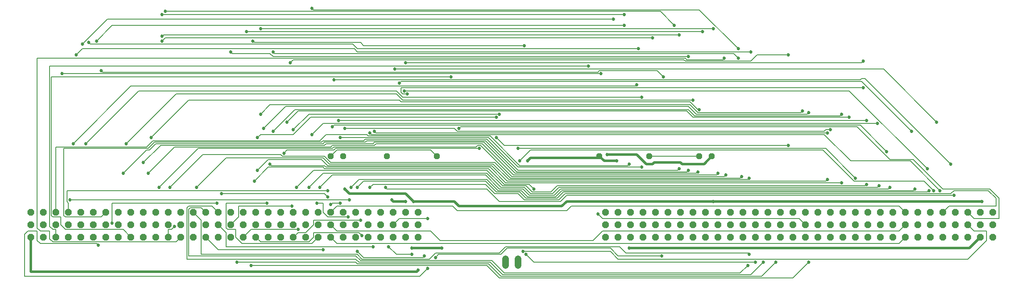
<source format=gbr>
G04 EAGLE Gerber RS-274X export*
G75*
%MOMM*%
%FSLAX34Y34*%
%LPD*%
%INBottom Copper*%
%IPPOS*%
%AMOC8*
5,1,8,0,0,1.08239X$1,22.5*%
G01*
%ADD10P,1.484606X8X292.500000*%
%ADD11P,1.319650X8X22.500000*%
%ADD12P,1.319650X8X202.500000*%
%ADD13C,1.371600*%
%ADD14C,0.508000*%
%ADD15C,0.685800*%
%ADD16C,0.152400*%


D10*
X965200Y139700D03*
X939800Y139700D03*
X914400Y139700D03*
X889000Y139700D03*
X863600Y139700D03*
X838200Y139700D03*
X812800Y139700D03*
X787400Y139700D03*
X762000Y139700D03*
X736600Y139700D03*
X711200Y139700D03*
X685800Y139700D03*
X660400Y139700D03*
X635000Y139700D03*
X609600Y139700D03*
X584200Y139700D03*
X965200Y88900D03*
X939800Y88900D03*
X914400Y88900D03*
X889000Y88900D03*
X863600Y88900D03*
X838200Y88900D03*
X812800Y88900D03*
X787400Y88900D03*
X762000Y88900D03*
X736600Y88900D03*
X711200Y88900D03*
X685800Y88900D03*
X660400Y88900D03*
X635000Y88900D03*
X609600Y88900D03*
X584200Y88900D03*
X965200Y114300D03*
X939800Y114300D03*
X914400Y114300D03*
X889000Y114300D03*
X863600Y114300D03*
X838200Y114300D03*
X812800Y114300D03*
X787400Y114300D03*
X762000Y114300D03*
X736600Y114300D03*
X711200Y114300D03*
X685800Y114300D03*
X660400Y114300D03*
X635000Y114300D03*
X609600Y114300D03*
X584200Y114300D03*
X558800Y139700D03*
X533400Y139700D03*
X508000Y139700D03*
X482600Y139700D03*
X457200Y139700D03*
X431800Y139700D03*
X406400Y139700D03*
X381000Y139700D03*
X355600Y139700D03*
X330200Y139700D03*
X304800Y139700D03*
X279400Y139700D03*
X254000Y139700D03*
X228600Y139700D03*
X203200Y139700D03*
X177800Y139700D03*
X558800Y88900D03*
X533400Y88900D03*
X508000Y88900D03*
X482600Y88900D03*
X457200Y88900D03*
X431800Y88900D03*
X406400Y88900D03*
X381000Y88900D03*
X355600Y88900D03*
X330200Y88900D03*
X304800Y88900D03*
X279400Y88900D03*
X254000Y88900D03*
X228600Y88900D03*
X203200Y88900D03*
X177800Y88900D03*
X558800Y114300D03*
X533400Y114300D03*
X508000Y114300D03*
X482600Y114300D03*
X457200Y114300D03*
X431800Y114300D03*
X406400Y114300D03*
X381000Y114300D03*
X355600Y114300D03*
X330200Y114300D03*
X304800Y114300D03*
X279400Y114300D03*
X254000Y114300D03*
X228600Y114300D03*
X203200Y114300D03*
X177800Y114300D03*
X2133600Y139700D03*
X2108200Y139700D03*
X2082800Y139700D03*
X2057400Y139700D03*
X2032000Y139700D03*
X2006600Y139700D03*
X1981200Y139700D03*
X1955800Y139700D03*
X1930400Y139700D03*
X1905000Y139700D03*
X1879600Y139700D03*
X1854200Y139700D03*
X1828800Y139700D03*
X1803400Y139700D03*
X1778000Y139700D03*
X1752600Y139700D03*
X2133600Y88900D03*
X2108200Y88900D03*
X2082800Y88900D03*
X2057400Y88900D03*
X2032000Y88900D03*
X2006600Y88900D03*
X1981200Y88900D03*
X1955800Y88900D03*
X1930400Y88900D03*
X1905000Y88900D03*
X1879600Y88900D03*
X1854200Y88900D03*
X1828800Y88900D03*
X1803400Y88900D03*
X1778000Y88900D03*
X1752600Y88900D03*
X2133600Y114300D03*
X2108200Y114300D03*
X2082800Y114300D03*
X2057400Y114300D03*
X2032000Y114300D03*
X2006600Y114300D03*
X1981200Y114300D03*
X1955800Y114300D03*
X1930400Y114300D03*
X1905000Y114300D03*
X1879600Y114300D03*
X1854200Y114300D03*
X1828800Y114300D03*
X1803400Y114300D03*
X1778000Y114300D03*
X1752600Y114300D03*
X1727200Y139700D03*
X1701800Y139700D03*
X1676400Y139700D03*
X1651000Y139700D03*
X1625600Y139700D03*
X1600200Y139700D03*
X1574800Y139700D03*
X1549400Y139700D03*
X1524000Y139700D03*
X1498600Y139700D03*
X1473200Y139700D03*
X1447800Y139700D03*
X1422400Y139700D03*
X1397000Y139700D03*
X1371600Y139700D03*
X1346200Y139700D03*
X1727200Y88900D03*
X1701800Y88900D03*
X1676400Y88900D03*
X1651000Y88900D03*
X1625600Y88900D03*
X1600200Y88900D03*
X1574800Y88900D03*
X1549400Y88900D03*
X1524000Y88900D03*
X1498600Y88900D03*
X1473200Y88900D03*
X1447800Y88900D03*
X1422400Y88900D03*
X1397000Y88900D03*
X1371600Y88900D03*
X1346200Y88900D03*
X1727200Y114300D03*
X1701800Y114300D03*
X1676400Y114300D03*
X1651000Y114300D03*
X1625600Y114300D03*
X1600200Y114300D03*
X1574800Y114300D03*
X1549400Y114300D03*
X1524000Y114300D03*
X1498600Y114300D03*
X1473200Y114300D03*
X1447800Y114300D03*
X1422400Y114300D03*
X1397000Y114300D03*
X1371600Y114300D03*
X1346200Y114300D03*
D11*
X787400Y254000D03*
X812800Y254000D03*
D12*
X1003300Y254000D03*
X901700Y254000D03*
D11*
X1536700Y254000D03*
X1562100Y254000D03*
D12*
X1435100Y254000D03*
X1333500Y254000D03*
D13*
X1168400Y44958D02*
X1168400Y31242D01*
X1143000Y31242D02*
X1143000Y44958D01*
D14*
X1546225Y238125D02*
X1562100Y254000D01*
X1546225Y238125D02*
X1501775Y238125D01*
X1498600Y241300D01*
X1444625Y241300D01*
X1441450Y238125D01*
X1428750Y238125D01*
X1409700Y257175D01*
X1349375Y257175D01*
X1565275Y161925D02*
X2111375Y161925D01*
X825500Y177800D02*
X815975Y187325D01*
X825500Y177800D02*
X939800Y177800D01*
X955675Y161925D01*
X177800Y88900D02*
X177800Y19050D01*
X962025Y19050D01*
X965200Y22225D01*
X1266825Y161925D02*
X1565275Y161925D01*
X1266825Y161925D02*
X1257300Y152400D01*
X1047750Y152400D01*
X1038225Y161925D01*
X955675Y161925D01*
D15*
X1349375Y257175D03*
X2111375Y161925D03*
X1565275Y161925D03*
X815975Y187325D03*
X955675Y161925D03*
X965200Y22225D03*
D16*
X1047750Y311150D02*
X1050925Y314325D01*
X1857375Y314325D01*
X1924050Y247650D01*
X1971675Y247650D01*
X2032000Y187325D01*
X2127250Y187325D01*
X2146300Y168275D01*
X2146300Y127000D01*
X2095500Y127000D01*
X2082800Y139700D01*
D15*
X1047750Y311150D03*
D16*
X901700Y187325D02*
X898525Y190500D01*
X901700Y187325D02*
X1104900Y187325D01*
X1130300Y161925D01*
X1254125Y161925D01*
X1266825Y174625D01*
X2054225Y174625D01*
D15*
X898525Y190500D03*
X2054225Y174625D03*
D16*
X873125Y196850D02*
X866775Y190500D01*
X873125Y196850D02*
X1101725Y196850D01*
X1120775Y177800D01*
X1168400Y177800D01*
X1181100Y165100D01*
X1250950Y165100D01*
X1263650Y177800D01*
X2047875Y177800D01*
X2054225Y184150D01*
X2124075Y184150D01*
X2139950Y168275D01*
X2139950Y152400D01*
X2044700Y152400D01*
X2032000Y139700D01*
D15*
X866775Y190500D03*
D16*
X854075Y203200D02*
X841375Y190500D01*
X854075Y203200D02*
X1101725Y203200D01*
X1123950Y180975D01*
X1171575Y180975D01*
X1184275Y168275D01*
X1247775Y168275D01*
X1260475Y180975D01*
X2000250Y180975D01*
X2003425Y184150D01*
D15*
X841375Y190500D03*
X2003425Y184150D03*
D16*
X844550Y206375D02*
X828675Y190500D01*
X844550Y206375D02*
X1104900Y206375D01*
X1127125Y184150D01*
X1174750Y184150D01*
X1187450Y171450D01*
X1244600Y171450D01*
X1257300Y184150D01*
X1971675Y184150D01*
X1974850Y187325D01*
D15*
X828675Y190500D03*
X1974850Y187325D03*
D16*
X800100Y152400D02*
X787400Y139700D01*
X800100Y152400D02*
X1035050Y152400D01*
X1044575Y142875D01*
X1266825Y142875D01*
X1276350Y152400D01*
X1943100Y152400D01*
X1955800Y139700D01*
X790575Y215900D02*
X765175Y190500D01*
X790575Y215900D02*
X1101725Y215900D01*
X1130300Y187325D01*
X1177925Y187325D01*
X1190625Y174625D01*
X1241425Y174625D01*
X1254125Y187325D01*
X1920875Y187325D01*
X1924050Y190500D01*
D15*
X765175Y190500D03*
X1924050Y190500D03*
D16*
X771525Y219075D02*
X742950Y190500D01*
X771525Y219075D02*
X1104900Y219075D01*
X1133475Y190500D01*
X1181100Y190500D01*
X1193800Y177800D01*
X1238250Y177800D01*
X1250950Y190500D01*
X1898650Y190500D01*
X1901825Y193675D01*
D15*
X742950Y190500D03*
X1901825Y193675D03*
D16*
X752475Y225425D02*
X717550Y190500D01*
X752475Y225425D02*
X1104900Y225425D01*
X1136650Y193675D01*
X1184275Y193675D01*
X1196975Y180975D01*
X1235075Y180975D01*
X1247775Y193675D01*
X1873250Y193675D01*
X1876425Y196850D01*
D15*
X717550Y190500D03*
X1876425Y196850D03*
D16*
X698500Y266700D02*
X692150Y260350D01*
X698500Y266700D02*
X793750Y266700D01*
X796925Y269875D01*
X1089025Y269875D01*
X1168400Y269875D02*
X1793875Y269875D01*
X1854200Y209550D01*
D15*
X692150Y260350D03*
X1089025Y269875D03*
X1168400Y269875D03*
X1854200Y209550D03*
D16*
X666750Y234950D02*
X663575Y238125D01*
X666750Y234950D02*
X774700Y234950D01*
X777875Y231775D01*
X1111250Y231775D01*
X1143000Y200025D01*
X1825625Y200025D01*
D15*
X663575Y238125D03*
X1825625Y200025D03*
D16*
X660400Y247650D02*
X638175Y225425D01*
X660400Y247650D02*
X768350Y247650D01*
X781050Y234950D01*
X1114425Y234950D01*
X1146175Y203200D01*
X1793875Y203200D01*
X1797050Y206375D01*
D15*
X638175Y225425D03*
X1797050Y206375D03*
D16*
X1104900Y31750D02*
X625475Y31750D01*
X1104900Y31750D02*
X1130300Y6350D01*
X1727200Y6350D01*
X1758950Y38100D01*
D15*
X625475Y31750D03*
X1758950Y38100D03*
D16*
X838200Y38100D02*
X596900Y38100D01*
X838200Y38100D02*
X841375Y34925D01*
X1108075Y34925D01*
X1133475Y9525D01*
X1663700Y9525D01*
X1692275Y38100D01*
D15*
X596900Y38100D03*
X1692275Y38100D03*
D16*
X558800Y139700D02*
X546100Y152400D01*
X498475Y152400D01*
X495300Y149225D01*
X495300Y44450D01*
X838200Y44450D01*
X844550Y38100D01*
X1111250Y38100D01*
X1136650Y12700D01*
X1641475Y12700D01*
X1666875Y38100D01*
D15*
X1666875Y38100D03*
D16*
X533400Y139700D02*
X523875Y149225D01*
X501650Y149225D01*
X498475Y146050D01*
X498475Y50800D01*
X838200Y50800D01*
X847725Y41275D01*
X1114425Y41275D01*
X1139825Y15875D01*
X1619250Y15875D01*
X1635125Y31750D01*
D15*
X1635125Y31750D03*
D16*
X523875Y123825D02*
X508000Y139700D01*
X523875Y123825D02*
X523875Y53975D01*
X841375Y53975D01*
X850900Y44450D01*
X987425Y44450D01*
X1000125Y57150D01*
X1130300Y57150D01*
X1143000Y69850D01*
X1374775Y69850D01*
X1387475Y57150D01*
X1635125Y57150D01*
X1638300Y53975D01*
D15*
X1638300Y53975D03*
D16*
X574675Y250825D02*
X514350Y190500D01*
X574675Y250825D02*
X771525Y250825D01*
X784225Y238125D01*
X1117600Y238125D01*
X1149350Y206375D01*
X1635125Y206375D01*
X1638300Y209550D01*
D15*
X514350Y190500D03*
X1638300Y209550D03*
D16*
X527050Y257175D02*
X460375Y190500D01*
X527050Y257175D02*
X685800Y257175D01*
X688975Y254000D01*
X774700Y254000D01*
X787400Y241300D01*
X1120775Y241300D01*
X1152525Y209550D01*
X1619250Y209550D01*
X1622425Y212725D01*
D15*
X460375Y190500D03*
X1622425Y212725D03*
D16*
X517525Y269875D02*
X438150Y190500D01*
X517525Y269875D02*
X790575Y269875D01*
X793750Y273050D01*
X1082675Y273050D01*
X1085850Y276225D01*
X1092200Y276225D01*
X1155700Y212725D01*
X1587500Y212725D01*
X1590675Y215900D01*
D15*
X438150Y190500D03*
X1590675Y215900D03*
D16*
X469900Y273050D02*
X415925Y219075D01*
X469900Y273050D02*
X787400Y273050D01*
X790575Y276225D01*
X876300Y276225D01*
X879475Y279400D01*
X1095375Y279400D01*
X1158875Y215900D01*
X1571625Y215900D01*
X1574800Y219075D01*
D15*
X415925Y219075D03*
X1574800Y219075D03*
D16*
X441325Y276225D02*
X406400Y241300D01*
X441325Y276225D02*
X774700Y276225D01*
X777875Y279400D01*
X873125Y279400D01*
X876300Y282575D01*
X1098550Y282575D01*
X1162050Y219075D01*
X1530350Y219075D01*
X1533525Y222250D01*
D15*
X406400Y241300D03*
X1533525Y222250D03*
D16*
X412750Y266700D02*
X365125Y219075D01*
X412750Y266700D02*
X419100Y266700D01*
X431800Y279400D01*
X771525Y279400D01*
X774700Y282575D01*
X857250Y282575D01*
X860425Y285750D01*
X1101725Y285750D01*
X1165225Y222250D01*
X1511300Y222250D01*
X1514475Y225425D01*
D15*
X365125Y219075D03*
X1514475Y225425D03*
D16*
X330200Y139700D02*
X320675Y130175D01*
X247650Y130175D01*
X244475Y133350D01*
X244475Y269875D01*
X415925Y269875D01*
X428625Y282575D01*
X768350Y282575D01*
X771525Y285750D01*
X854075Y285750D01*
X857250Y288925D01*
X1104900Y288925D01*
X1168400Y225425D01*
X1492250Y225425D01*
X1495425Y228600D01*
D15*
X1495425Y228600D03*
D16*
X342900Y520700D02*
X311150Y488950D01*
X342900Y520700D02*
X1384300Y520700D01*
D15*
X311150Y488950D03*
X1384300Y520700D03*
D16*
X333375Y533400D02*
X282575Y482600D01*
X333375Y533400D02*
X1362075Y533400D01*
D15*
X282575Y482600D03*
X1362075Y533400D03*
D16*
X254000Y158750D02*
X254000Y139700D01*
X254000Y158750D02*
X250825Y161925D01*
X250825Y184150D01*
X781050Y184150D01*
X806450Y292100D02*
X1108075Y292100D01*
X1168400Y231775D01*
X1419225Y231775D01*
D15*
X781050Y184150D03*
X806450Y292100D03*
X1419225Y231775D03*
D16*
X228600Y273050D02*
X228600Y139700D01*
X228600Y273050D02*
X412750Y273050D01*
X425450Y285750D01*
X765175Y285750D01*
X777875Y298450D01*
X860425Y298450D01*
X863600Y295275D01*
X1111250Y295275D01*
X1171575Y234950D01*
X1390650Y234950D01*
X1393825Y238125D01*
D15*
X1393825Y238125D03*
D16*
X800100Y266700D02*
X787400Y254000D01*
X800100Y266700D02*
X990600Y266700D01*
X1003300Y254000D01*
X1435100Y254000D02*
X1536700Y254000D01*
X927100Y127000D02*
X914400Y114300D01*
X927100Y127000D02*
X984250Y127000D01*
X1177925Y60325D02*
X1355725Y60325D01*
X1371600Y44450D01*
X2082800Y44450D01*
X2120900Y82550D01*
X2120900Y101600D01*
X2095500Y101600D01*
X2082800Y114300D01*
D15*
X984250Y127000D03*
X1177925Y60325D03*
D16*
X920750Y53975D02*
X904875Y69850D01*
X920750Y53975D02*
X952500Y53975D01*
D15*
X904875Y69850D03*
X952500Y53975D03*
D16*
X869950Y298450D02*
X866775Y301625D01*
X869950Y298450D02*
X1790700Y298450D01*
X1844675Y244475D01*
X1965325Y244475D01*
X2025650Y184150D01*
D15*
X866775Y301625D03*
X2025650Y184150D03*
D16*
X1841500Y387350D02*
X936625Y387350D01*
X1841500Y387350D02*
X2000250Y228600D01*
D15*
X936625Y387350D03*
X2000250Y228600D03*
D16*
X930275Y406400D02*
X927100Y403225D01*
X930275Y406400D02*
X1866900Y406400D01*
X1968500Y304800D01*
D15*
X927100Y403225D03*
X1968500Y304800D03*
D16*
X800100Y101600D02*
X787400Y114300D01*
X800100Y101600D02*
X990600Y101600D01*
X1009650Y82550D01*
X1320800Y82550D01*
X1339850Y101600D01*
X1943100Y101600D01*
X1955800Y114300D01*
X793750Y317500D02*
X790575Y314325D01*
X793750Y317500D02*
X1863725Y317500D01*
X1917700Y263525D01*
D15*
X790575Y314325D03*
X1917700Y263525D03*
D16*
X771525Y320675D02*
X749300Y298450D01*
X771525Y320675D02*
X1898650Y320675D01*
D15*
X749300Y298450D03*
X1898650Y320675D03*
D16*
X1876425Y327025D02*
X803275Y327025D01*
D15*
X803275Y327025D03*
X1876425Y327025D03*
D16*
X720725Y346075D02*
X698500Y323850D01*
X720725Y346075D02*
X1511300Y346075D01*
X1524000Y333375D01*
X1841500Y333375D01*
D15*
X698500Y323850D03*
X1841500Y333375D03*
D16*
X714375Y349250D02*
X669925Y304800D01*
X714375Y349250D02*
X1514475Y349250D01*
X1527175Y336550D01*
X1822450Y336550D01*
X1825625Y339725D01*
D15*
X669925Y304800D03*
X1825625Y339725D03*
D16*
X695325Y355600D02*
X650875Y311150D01*
X695325Y355600D02*
X1514475Y355600D01*
X1530350Y339725D01*
X1755775Y339725D01*
X1758950Y342900D01*
D15*
X650875Y311150D03*
X1758950Y342900D03*
D16*
X663575Y358775D02*
X644525Y339725D01*
X663575Y358775D02*
X1517650Y358775D01*
X1533525Y342900D01*
X1743075Y342900D01*
X1746250Y346075D01*
D15*
X644525Y339725D03*
X1746250Y346075D03*
D16*
X600075Y130175D02*
X584200Y114300D01*
X600075Y130175D02*
X600075Y152400D01*
X708025Y152400D01*
X711200Y307975D02*
X742950Y339725D01*
X1130300Y339725D01*
X1330325Y136525D02*
X1339850Y127000D01*
X1739900Y127000D01*
X1752600Y114300D01*
D15*
X708025Y152400D03*
X711200Y307975D03*
X1130300Y339725D03*
X1330325Y136525D03*
D16*
X574675Y98425D02*
X558800Y114300D01*
X574675Y98425D02*
X574675Y69850D01*
X873125Y69850D01*
X1123950Y292100D02*
X1139825Y276225D01*
X1717675Y276225D01*
D15*
X873125Y69850D03*
X1123950Y292100D03*
X1717675Y276225D03*
D16*
X1200150Y38100D02*
X1184275Y53975D01*
X1200150Y38100D02*
X1651000Y38100D01*
D15*
X1184275Y53975D03*
X1651000Y38100D03*
D16*
X752475Y552450D02*
X749300Y555625D01*
X752475Y552450D02*
X1536700Y552450D01*
X1616075Y473075D01*
D15*
X749300Y555625D03*
X1616075Y473075D03*
D16*
X1565275Y514350D02*
X644525Y514350D01*
D15*
X644525Y514350D03*
X1565275Y514350D03*
D16*
X1543050Y508000D02*
X615950Y508000D01*
D15*
X615950Y508000D03*
X1543050Y508000D03*
D16*
X1457325Y549275D02*
X450850Y549275D01*
X1457325Y549275D02*
X1485900Y520700D01*
D15*
X450850Y549275D03*
X1485900Y520700D03*
D16*
X498475Y368300D02*
X422275Y292100D01*
X498475Y368300D02*
X927100Y368300D01*
X930275Y365125D01*
X1517650Y365125D01*
X1533525Y349250D01*
X1536700Y349250D01*
D15*
X422275Y292100D03*
X1536700Y349250D03*
D16*
X447675Y501650D02*
X444500Y498475D01*
X447675Y501650D02*
X1495425Y501650D01*
D15*
X444500Y498475D03*
X1495425Y501650D03*
D16*
X473075Y381000D02*
X371475Y279400D01*
X473075Y381000D02*
X920750Y381000D01*
X933450Y368300D01*
X1524000Y368300D01*
D15*
X371475Y279400D03*
X1524000Y368300D03*
D16*
X450850Y495300D02*
X444500Y488950D01*
X450850Y495300D02*
X1441450Y495300D01*
D15*
X444500Y488950D03*
X1441450Y495300D03*
D16*
X323850Y425450D02*
X320675Y428625D01*
X323850Y425450D02*
X1330325Y425450D01*
X1333500Y428625D01*
X1450975Y428625D01*
X1463675Y415925D01*
D15*
X320675Y428625D03*
X1463675Y415925D03*
D16*
X396875Y387350D02*
X288925Y279400D01*
X396875Y387350D02*
X920750Y387350D01*
X933450Y374650D01*
X1419225Y374650D01*
D15*
X288925Y279400D03*
X1419225Y374650D03*
D16*
X381000Y396875D02*
X263525Y279400D01*
X381000Y396875D02*
X1406525Y396875D01*
X1409700Y400050D01*
D15*
X263525Y279400D03*
X1409700Y400050D03*
D16*
X1336675Y422275D02*
X241300Y422275D01*
D15*
X241300Y422275D03*
X1336675Y422275D03*
D16*
X1193800Y266700D02*
X1171575Y244475D01*
X1193800Y266700D02*
X1787525Y266700D01*
X1851025Y203200D01*
X1993900Y203200D01*
X2012950Y184150D01*
D15*
X1171575Y244475D03*
X2012950Y184150D03*
D16*
X1863725Y409575D02*
X793750Y409575D01*
X1863725Y409575D02*
X1866900Y412750D01*
X1873250Y412750D01*
X2047875Y238125D01*
D15*
X793750Y409575D03*
X2047875Y238125D03*
D16*
X822325Y130175D02*
X781050Y130175D01*
X771525Y139700D01*
X771525Y158750D01*
X758825Y158750D01*
X917575Y431800D02*
X1911350Y431800D01*
X2019300Y323850D01*
D15*
X822325Y130175D03*
X758825Y158750D03*
X917575Y431800D03*
X2019300Y323850D03*
D16*
X781050Y171450D02*
X774700Y177800D01*
X565150Y177800D01*
D15*
X781050Y171450D03*
X565150Y177800D03*
D16*
X841375Y60325D02*
X854075Y47625D01*
X974725Y47625D01*
X977900Y50800D01*
D15*
X841375Y60325D03*
X977900Y50800D03*
D16*
X800100Y76200D02*
X787400Y88900D01*
X800100Y76200D02*
X1943100Y76200D01*
X1955800Y88900D01*
X762000Y88900D02*
X749300Y76200D01*
X606425Y76200D01*
X593725Y88900D01*
X593725Y104775D01*
X577850Y104775D01*
X574675Y107950D01*
X574675Y158750D01*
X657225Y158750D01*
D15*
X657225Y158750D03*
D16*
X939800Y444500D02*
X1866900Y444500D01*
X1870075Y447675D01*
D15*
X939800Y444500D03*
X1870075Y447675D03*
D16*
X720725Y98425D02*
X711200Y88900D01*
X720725Y98425D02*
X736600Y98425D01*
X752475Y114300D01*
X752475Y123825D01*
X847725Y123825D01*
X933450Y381000D02*
X942975Y381000D01*
X933450Y381000D02*
X930275Y384175D01*
X930275Y393700D01*
X1870075Y393700D01*
D15*
X847725Y123825D03*
X942975Y381000D03*
X1870075Y393700D03*
D16*
X1038225Y311150D02*
X815975Y311150D01*
X1038225Y311150D02*
X1044575Y304800D01*
X1790700Y304800D01*
X1793875Y307975D01*
X1803400Y307975D01*
D15*
X815975Y311150D03*
X1803400Y307975D03*
D16*
X644525Y79375D02*
X635000Y88900D01*
X644525Y79375D02*
X742950Y79375D01*
X752475Y88900D01*
X752475Y98425D01*
X844550Y98425D01*
X850900Y92075D01*
X879475Y301625D02*
X876300Y304800D01*
X879475Y301625D02*
X1797050Y301625D01*
D15*
X850900Y92075D03*
X876300Y304800D03*
X1797050Y301625D03*
D16*
X625475Y104775D02*
X609600Y88900D01*
X625475Y104775D02*
X720725Y104775D01*
D15*
X720725Y104775D03*
D16*
X631825Y203200D02*
X660400Y231775D01*
X771525Y231775D01*
X774700Y228600D01*
X1108075Y228600D01*
X1139825Y196850D01*
X1190625Y196850D01*
X1200150Y187325D01*
D15*
X631825Y203200D03*
X1200150Y187325D03*
D16*
X711200Y450850D02*
X704850Y444500D01*
X711200Y450850D02*
X1504950Y450850D01*
X1508125Y447675D01*
X1641475Y447675D01*
X1654175Y460375D01*
X1717675Y460375D01*
D15*
X704850Y444500D03*
X1717675Y460375D03*
D16*
X558800Y63500D02*
X533400Y88900D01*
X558800Y63500D02*
X771525Y63500D01*
X787400Y155575D02*
X790575Y158750D01*
X806450Y158750D01*
D15*
X771525Y63500D03*
X787400Y155575D03*
X806450Y158750D03*
D16*
X282575Y473075D02*
X269875Y460375D01*
X282575Y473075D02*
X835025Y473075D01*
X841375Y466725D01*
X1641475Y466725D01*
D15*
X269875Y460375D03*
X1641475Y466725D03*
D16*
X482600Y88900D02*
X473075Y79375D01*
X222250Y79375D01*
X215900Y85725D01*
X215900Y101600D01*
X196850Y101600D01*
X190500Y107950D01*
X190500Y454025D01*
X1508125Y454025D01*
X1511300Y450850D01*
X1584325Y450850D01*
X1587500Y454025D01*
D15*
X1587500Y454025D03*
D16*
X457200Y104775D02*
X457200Y88900D01*
X457200Y104775D02*
X463550Y104775D01*
X469900Y111125D01*
X587375Y463550D02*
X584200Y466725D01*
X587375Y463550D02*
X663575Y463550D01*
X669925Y457200D01*
X1514475Y457200D01*
D15*
X469900Y111125D03*
X584200Y466725D03*
X1514475Y457200D03*
D16*
X673100Y463550D02*
X669925Y466725D01*
X673100Y463550D02*
X1606550Y463550D01*
X1616075Y454025D01*
D15*
X669925Y466725D03*
X1616075Y454025D03*
D16*
X631825Y485775D02*
X628650Y488950D01*
X631825Y485775D02*
X847725Y485775D01*
X854075Y479425D01*
X1181100Y479425D01*
D15*
X628650Y488950D03*
X1181100Y479425D03*
D16*
X381000Y88900D02*
X365125Y104775D01*
X247650Y104775D01*
X238125Y114300D01*
X238125Y130175D01*
X222250Y130175D01*
X219075Y133350D01*
X219075Y415925D01*
X1031875Y415925D01*
D15*
X1031875Y415925D03*
D16*
X342900Y158750D02*
X342900Y117475D01*
X342900Y158750D02*
X555625Y158750D01*
X638175Y292100D02*
X644525Y298450D01*
X711200Y298450D01*
X746125Y333375D01*
X1123950Y333375D01*
D15*
X342900Y117475D03*
X555625Y158750D03*
X638175Y292100D03*
X1123950Y333375D03*
D16*
X314325Y73025D02*
X311150Y76200D01*
X196850Y76200D01*
X190500Y82550D01*
X190500Y101600D01*
X171450Y101600D01*
X165100Y95250D01*
X165100Y9525D01*
X968375Y9525D01*
X984250Y25400D01*
X1000125Y47625D02*
X1006475Y53975D01*
X1133475Y53975D01*
X1146175Y66675D01*
X1355725Y66675D01*
X1371600Y50800D01*
X1460500Y50800D01*
D15*
X314325Y73025D03*
X984250Y25400D03*
X1000125Y47625D03*
X1460500Y50800D03*
D16*
X1384300Y542925D02*
X444500Y542925D01*
D15*
X444500Y542925D03*
X1384300Y542925D03*
D16*
X298450Y482600D02*
X295275Y485775D01*
X298450Y482600D02*
X831850Y482600D01*
X841375Y473075D01*
X1412875Y473075D01*
D15*
X295275Y485775D03*
X1412875Y473075D03*
D16*
X825500Y165100D02*
X257175Y165100D01*
D15*
X257175Y165100D03*
X825500Y165100D03*
D16*
X228600Y104775D02*
X228600Y88900D01*
X228600Y104775D02*
X222250Y104775D01*
X215900Y111125D01*
X215900Y438150D01*
X1311275Y438150D01*
D15*
X1311275Y438150D03*
D14*
X914400Y161925D02*
X911225Y165100D01*
X914400Y161925D02*
X939800Y161925D01*
X952500Y66675D02*
X1012825Y66675D01*
D15*
X911225Y165100D03*
X939800Y161925D03*
X1012825Y66675D03*
X952500Y66675D03*
D14*
X1333500Y254000D02*
X1343025Y244475D01*
X1368425Y244475D01*
X1193800Y250825D02*
X1187450Y244475D01*
X1193800Y250825D02*
X1333500Y250825D01*
X1333500Y254000D01*
X2085975Y66675D02*
X2108200Y88900D01*
X2085975Y66675D02*
X1393825Y66675D01*
D15*
X1368425Y244475D03*
X1187450Y244475D03*
X1393825Y66675D03*
M02*

</source>
